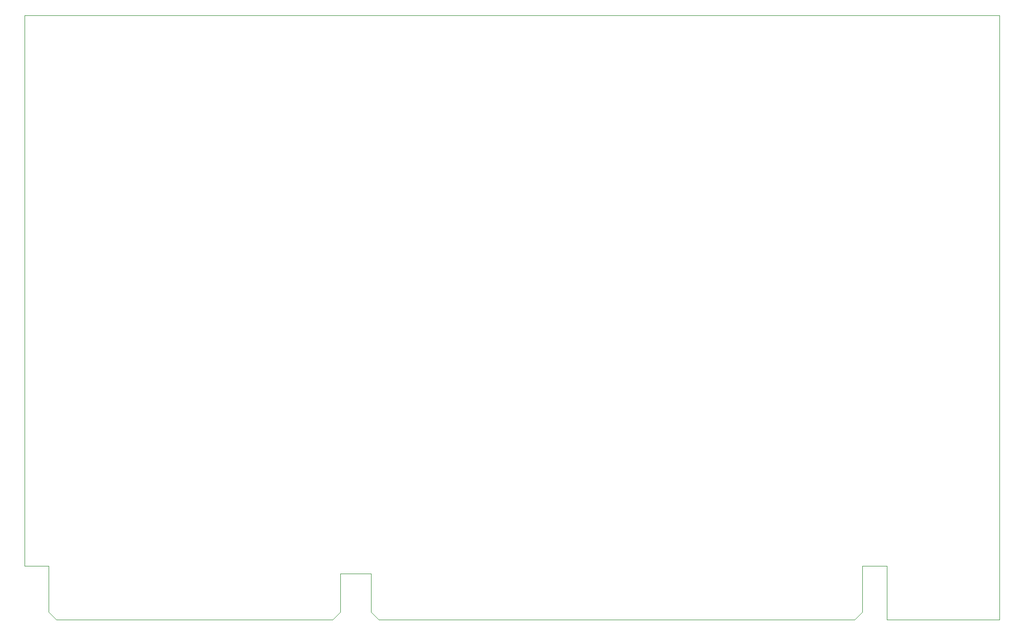
<source format=gbr>
%TF.GenerationSoftware,KiCad,Pcbnew,8.0.0*%
%TF.CreationDate,2024-03-03T11:21:49-05:00*%
%TF.ProjectId,ISA8255,49534138-3235-4352-9e6b-696361645f70,rev?*%
%TF.SameCoordinates,Original*%
%TF.FileFunction,Profile,NP*%
%FSLAX46Y46*%
G04 Gerber Fmt 4.6, Leading zero omitted, Abs format (unit mm)*
G04 Created by KiCad (PCBNEW 8.0.0) date 2024-03-03 11:21:49*
%MOMM*%
%LPD*%
G01*
G04 APERTURE LIST*
%TA.AperFunction,Profile*%
%ADD10C,0.100000*%
%TD*%
G04 APERTURE END LIST*
D10*
X194500000Y-142240000D02*
X194500000Y-151130000D01*
X213150000Y-51130000D02*
X51880000Y-51130000D01*
X194500000Y-151130000D02*
X213150000Y-151130000D01*
X213150000Y-151130000D02*
X213150000Y-51130000D01*
X51880000Y-142240000D02*
X51880000Y-51130000D01*
%TO.C,J1*%
X55880000Y-142240000D02*
X51880000Y-142240000D01*
X55880000Y-149860000D02*
X55880000Y-142240000D01*
X57150000Y-151130000D02*
X55880000Y-149860000D01*
X102870000Y-151130000D02*
X57150000Y-151130000D01*
X102870000Y-151130000D02*
X104140000Y-149860000D01*
X104140000Y-143510000D02*
X104140000Y-149860000D01*
X109220000Y-143510000D02*
X104140000Y-143510000D01*
X109220000Y-149860000D02*
X109220000Y-143510000D01*
X110490000Y-151130000D02*
X109220000Y-149860000D01*
X189230000Y-151130000D02*
X110490000Y-151130000D01*
X189230000Y-151130000D02*
X190500000Y-149860000D01*
X190500000Y-142240000D02*
X190500000Y-149860000D01*
X194500000Y-142240000D02*
X190500000Y-142240000D01*
%TD*%
M02*

</source>
